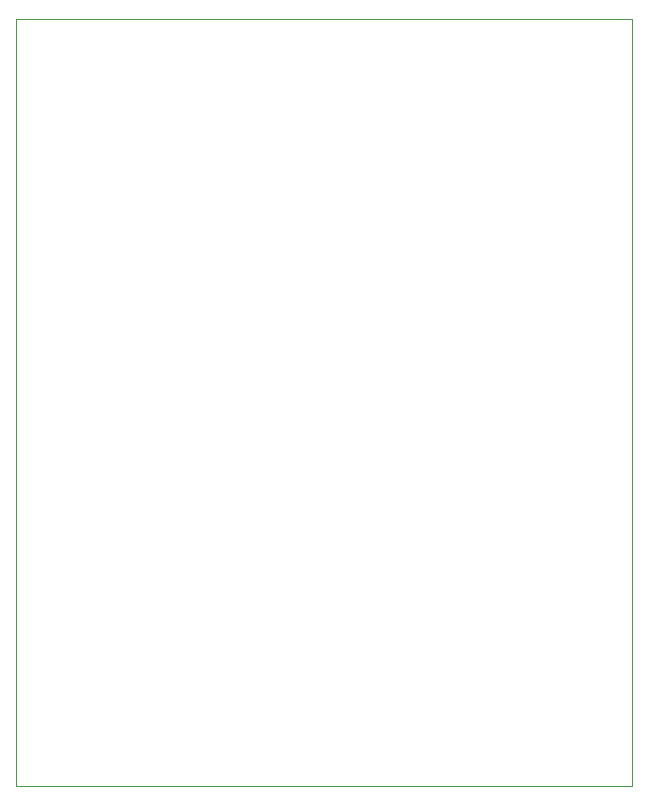
<source format=gbp>
G04*
G04 #@! TF.GenerationSoftware,Altium Limited,Altium Designer,22.1.2 (22)*
G04*
G04 Layer_Color=128*
%FSLAX25Y25*%
%MOIN*%
G70*
G04*
G04 #@! TF.SameCoordinates,E10519B3-167D-45EA-A28F-B3D4EE67A307*
G04*
G04*
G04 #@! TF.FilePolarity,Positive*
G04*
G01*
G75*
%ADD15C,0.00400*%
D15*
X100000Y100000D02*
Y355600D01*
X305300D01*
Y100000D02*
Y355600D01*
X100000Y100000D02*
X305300D01*
M02*

</source>
